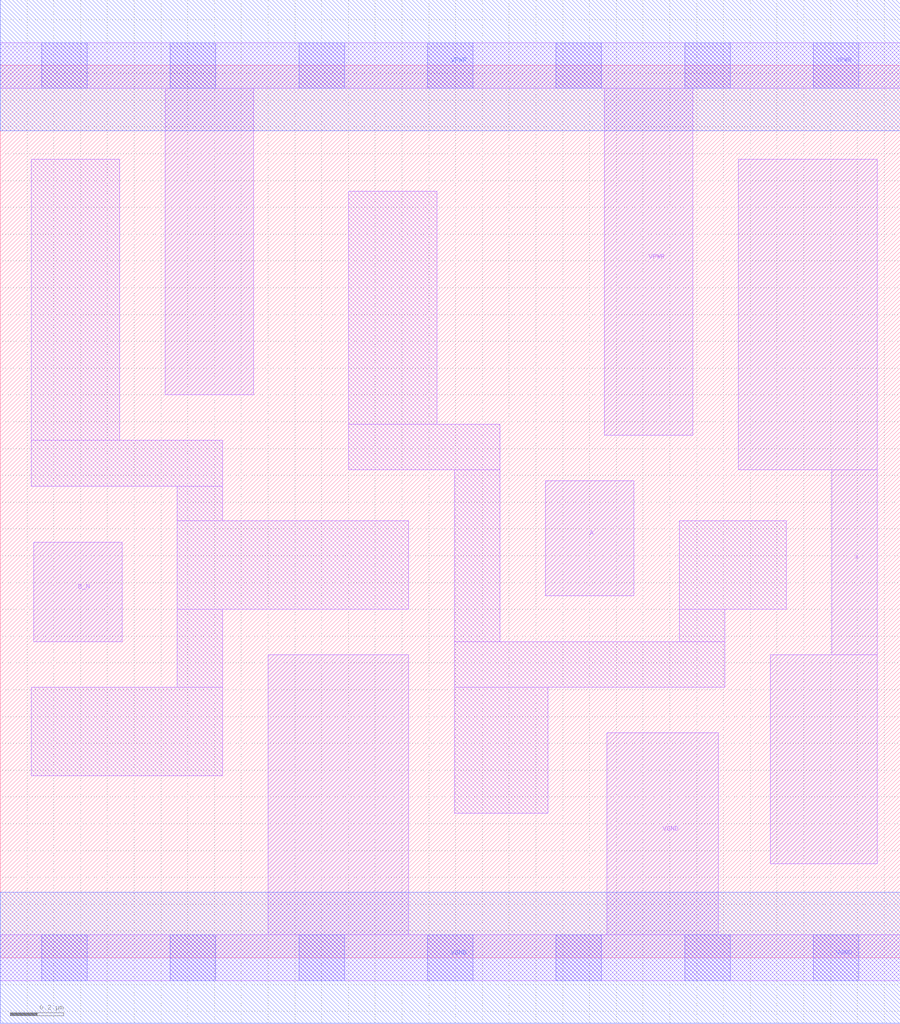
<source format=lef>
# Copyright 2020 The SkyWater PDK Authors
#
# Licensed under the Apache License, Version 2.0 (the "License");
# you may not use this file except in compliance with the License.
# You may obtain a copy of the License at
#
#     https://www.apache.org/licenses/LICENSE-2.0
#
# Unless required by applicable law or agreed to in writing, software
# distributed under the License is distributed on an "AS IS" BASIS,
# WITHOUT WARRANTIES OR CONDITIONS OF ANY KIND, either express or implied.
# See the License for the specific language governing permissions and
# limitations under the License.
#
# SPDX-License-Identifier: Apache-2.0

VERSION 5.7 ;
  NAMESCASESENSITIVE ON ;
  NOWIREEXTENSIONATPIN ON ;
  DIVIDERCHAR "/" ;
  BUSBITCHARS "[]" ;
UNITS
  DATABASE MICRONS 200 ;
END UNITS
MACRO sky130_fd_sc_ls__or2b_1
  CLASS CORE ;
  SOURCE USER ;
  FOREIGN sky130_fd_sc_ls__or2b_1 ;
  ORIGIN  0.000000  0.000000 ;
  SIZE  3.360000 BY  3.330000 ;
  SYMMETRY X Y ;
  SITE unit ;
  PIN A
    ANTENNAGATEAREA  0.232500 ;
    DIRECTION INPUT ;
    USE SIGNAL ;
    PORT
      LAYER li1 ;
        RECT 2.035000 1.350000 2.365000 1.780000 ;
    END
  END A
  PIN B_N
    ANTENNAGATEAREA  0.208500 ;
    DIRECTION INPUT ;
    USE SIGNAL ;
    PORT
      LAYER li1 ;
        RECT 0.125000 1.180000 0.455000 1.550000 ;
    END
  END B_N
  PIN X
    ANTENNADIFFAREA  0.541300 ;
    DIRECTION OUTPUT ;
    USE SIGNAL ;
    PORT
      LAYER li1 ;
        RECT 2.755000 1.820000 3.275000 2.980000 ;
        RECT 2.875000 0.350000 3.275000 1.130000 ;
        RECT 3.105000 1.130000 3.275000 1.820000 ;
    END
  END X
  PIN VGND
    DIRECTION INOUT ;
    SHAPE ABUTMENT ;
    USE GROUND ;
    PORT
      LAYER li1 ;
        RECT 0.000000 -0.085000 3.360000 0.085000 ;
        RECT 1.000000  0.085000 1.525000 1.130000 ;
        RECT 2.265000  0.085000 2.680000 0.840000 ;
      LAYER mcon ;
        RECT 0.155000 -0.085000 0.325000 0.085000 ;
        RECT 0.635000 -0.085000 0.805000 0.085000 ;
        RECT 1.115000 -0.085000 1.285000 0.085000 ;
        RECT 1.595000 -0.085000 1.765000 0.085000 ;
        RECT 2.075000 -0.085000 2.245000 0.085000 ;
        RECT 2.555000 -0.085000 2.725000 0.085000 ;
        RECT 3.035000 -0.085000 3.205000 0.085000 ;
      LAYER met1 ;
        RECT 0.000000 -0.245000 3.360000 0.245000 ;
    END
  END VGND
  PIN VPWR
    DIRECTION INOUT ;
    SHAPE ABUTMENT ;
    USE POWER ;
    PORT
      LAYER li1 ;
        RECT 0.000000 3.245000 3.360000 3.415000 ;
        RECT 0.615000 2.100000 0.945000 3.245000 ;
        RECT 2.255000 1.950000 2.585000 3.245000 ;
      LAYER mcon ;
        RECT 0.155000 3.245000 0.325000 3.415000 ;
        RECT 0.635000 3.245000 0.805000 3.415000 ;
        RECT 1.115000 3.245000 1.285000 3.415000 ;
        RECT 1.595000 3.245000 1.765000 3.415000 ;
        RECT 2.075000 3.245000 2.245000 3.415000 ;
        RECT 2.555000 3.245000 2.725000 3.415000 ;
        RECT 3.035000 3.245000 3.205000 3.415000 ;
      LAYER met1 ;
        RECT 0.000000 3.085000 3.360000 3.575000 ;
    END
  END VPWR
  OBS
    LAYER li1 ;
      RECT 0.115000 0.680000 0.830000 1.010000 ;
      RECT 0.115000 1.760000 0.830000 1.930000 ;
      RECT 0.115000 1.930000 0.445000 2.980000 ;
      RECT 0.660000 1.010000 0.830000 1.300000 ;
      RECT 0.660000 1.300000 1.525000 1.630000 ;
      RECT 0.660000 1.630000 0.830000 1.760000 ;
      RECT 1.300000 1.820000 1.865000 1.990000 ;
      RECT 1.300000 1.990000 1.630000 2.860000 ;
      RECT 1.695000 0.540000 2.045000 1.010000 ;
      RECT 1.695000 1.010000 2.705000 1.180000 ;
      RECT 1.695000 1.180000 1.865000 1.820000 ;
      RECT 2.535000 1.180000 2.705000 1.300000 ;
      RECT 2.535000 1.300000 2.935000 1.630000 ;
  END
END sky130_fd_sc_ls__or2b_1

</source>
